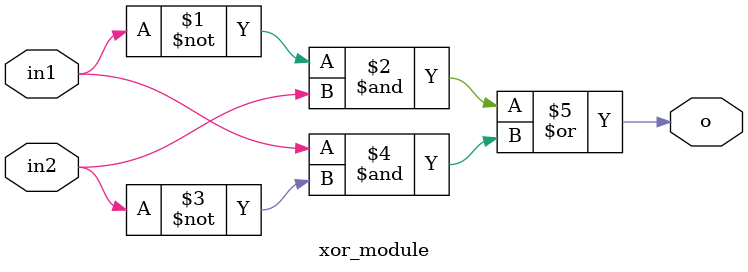
<source format=v>
`timescale 1ns / 1ps


module xor_module(in1,in2,o);
    input wire in1;
    input wire in2;
    output wire o;
    assign o = (~in1 & in2) | (in1 & ~in2);
endmodule

</source>
